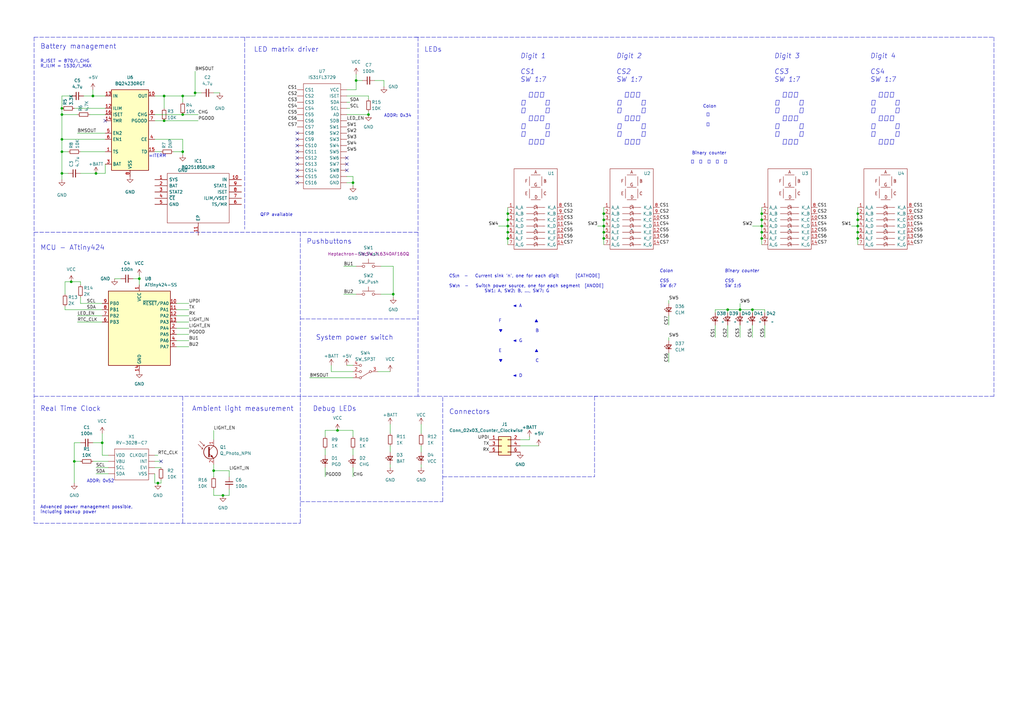
<source format=kicad_sch>
(kicad_sch (version 20230121) (generator eeschema)
  (paper "A3")
  (lib_symbols
    (symbol "Connector_Generic:Conn_02x03_Odd_Even" (pin_names (offset 1.016) hide)
      (property "Reference" "J" (at 1.27 5.08 0))
      (property "Value" "Conn_02x03_Odd_Even" (at 1.27 -5.08 0))
      (symbol "Conn_02x03_Odd_Even_1_1"
        (pin passive line (at -5.08 2.54 0) (length 3.81) (name "Pin_1") (number "1"))
        (pin passive line (at 7.62 2.54 180) (length 3.81) (name "Pin_2") (number "2"))
        (pin passive line (at -5.08 0 0) (length 3.81) (name "Pin_3") (number "3"))
        (pin passive line (at 7.62 0 180) (length 3.81) (name "Pin_4") (number "4"))
        (pin passive line (at -5.08 -2.54 0) (length 3.81) (name "Pin_5") (number "5"))
        (pin passive line (at 7.62 -2.54 180) (length 3.81) (name "Pin_6") (number "6"))
      )
    )
    (symbol "Device:C_Small" (pin_numbers hide) (pin_names (offset 0.254) hide)
      (property "Reference" "C" (at 0.254 1.778 0))
      (property "Value" "C_Small" (at 0.254 -2.032 0))
      (symbol "C_Small_1_1"
        (pin passive line (at 0 2.54 270) (length 2.032) (name "~") (number "1"))
        (pin passive line (at 0 -2.54 90) (length 2.032) (name "~") (number "2"))
      )
    )
    (symbol "Device:LED_Small" (pin_numbers hide) (pin_names (offset 0.254) hide)
      (property "Reference" "D" (at -1.27 3.175 0))
      (property "Value" "LED_Small" (at -4.445 -2.54 0))
      (symbol "LED_Small_1_1"
        (pin passive line (at -2.54 0 0) (length 1.778) (name "K") (number "1"))
        (pin passive line (at 2.54 0 180) (length 1.778) (name "A") (number "2"))
      )
    )
    (symbol "Device:Q_Photo_NPN" (pin_names (offset 0) hide)
      (property "Reference" "Q" (at 5.08 1.27 0))
      (property "Value" "Q_Photo_NPN" (at 5.08 -1.27 0))
      (symbol "Q_Photo_NPN_1_1"
        (pin passive line (at 2.54 5.08 270) (length 2.54) (name "C") (number "1"))
        (pin passive line (at 2.54 -5.08 90) (length 2.54) (name "E") (number "2"))
      )
    )
    (symbol "Device:R_Small" (pin_numbers hide) (pin_names (offset 0.254) hide)
      (property "Reference" "R" (at 0.762 0.508 0))
      (property "Value" "R_Small" (at 0.762 -1.016 0))
      (symbol "R_Small_1_1"
        (pin passive line (at 0 2.54 270) (length 0.762) (name "~") (number "1"))
        (pin passive line (at 0 -2.54 90) (length 0.762) (name "~") (number "2"))
      )
    )
    (symbol "Heptachron:7-segment-digit"
      (property "Reference" "U" (at 5.715 22.86 0))
      (symbol "7-segment-digit_1_1"
        (text "A" (at -0.002 23.3805 0) (effects (font (size 1.27 1.27))))
        (text "B\n" (at 3.81 19.685 0) (effects (font (size 1.27 1.27))))
        (text "C" (at 3.81 14.605 0) (effects (font (size 1.27 1.27))))
        (text "D" (at 0.153 13.1335 0) (effects (font (size 1.27 1.27))))
        (text "E" (at -3.81 14.605 0) (effects (font (size 1.27 1.27))))
        (text "F" (at -3.81 19.685 0) (effects (font (size 1.27 1.27))))
        (text "G" (at -0.002 18.2133 0) (effects (font (size 1.27 1.27))))
        (pin input line (at -11.43 8.89 0) (length 2.54) (name "A_A") (number "1"))
        (pin input line (at 11.43 3.81 180) (length 2.54) (name "K_C") (number "10"))
        (pin input line (at 11.43 1.27 180) (length 2.54) (name "K_D") (number "11"))
        (pin input line (at 11.43 -1.27 180) (length 2.54) (name "K_E") (number "12"))
        (pin input line (at 11.43 -3.81 180) (length 2.54) (name "K_F") (number "13"))
        (pin input line (at 11.43 -6.35 180) (length 2.54) (name "K_G") (number "14"))
        (pin input line (at -11.43 6.35 0) (length 2.54) (name "A_B") (number "2"))
        (pin input line (at -11.43 3.81 0) (length 2.54) (name "A_C") (number "3"))
        (pin input line (at -11.43 1.27 0) (length 2.54) (name "A_D") (number "4"))
        (pin input line (at -11.43 -1.27 0) (length 2.54) (name "A_E") (number "5"))
        (pin input line (at -11.43 -3.81 0) (length 2.54) (name "A_F") (number "6"))
        (pin input line (at -11.43 -6.35 0) (length 2.54) (name "A_G") (number "7"))
        (pin input line (at 11.43 8.89 180) (length 2.54) (name "K_A") (number "8"))
        (pin input line (at 11.43 6.35 180) (length 2.54) (name "K_B") (number "9"))
      )
    )
    (symbol "Heptachron:BQ25185DLHR" (pin_names (offset 0.762))
      (property "Reference" "IC" (at 31.75 7.62 0))
      (property "Value" "BQ25185DLHR" (at 31.75 5.08 0))
      (symbol "BQ25185DLHR_0_0"
        (pin passive line (at 0 0 0) (length 5.08) (name "SYS") (number "1"))
        (pin passive line (at 35.56 0 180) (length 5.08) (name "IN") (number "10"))
        (pin passive line (at 17.78 -22.86 90) (length 5.08) (name "EP") (number "11"))
        (pin passive line (at 0 -2.54 0) (length 5.08) (name "BAT") (number "2"))
        (pin passive line (at 0 -5.08 0) (length 5.08) (name "STAT2") (number "3"))
        (pin passive line (at 0 -7.62 0) (length 5.08) (name "~{CE}") (number "4"))
        (pin passive line (at 0 -10.16 0) (length 5.08) (name "GND") (number "5"))
        (pin passive line (at 35.56 -10.16 180) (length 5.08) (name "TS/MR") (number "6"))
        (pin passive line (at 35.56 -7.62 180) (length 5.08) (name "ILIM/VSET") (number "7"))
        (pin passive line (at 35.56 -5.08 180) (length 5.08) (name "ISET") (number "8"))
        (pin passive line (at 35.56 -2.54 180) (length 5.08) (name "STAT1") (number "9"))
      )
    )
    (symbol "Heptachron:IS32FL3729" (pin_numbers hide)
      (property "Reference" "U" (at 0 15.24 0))
      (property "Value" "IS31FL3729" (at 0 12.7 0))
      (symbol "IS32FL3729_1_1"
        (pin input line (at -10.16 0 0) (length 2.54) (name "CS4") (number "1"))
        (pin input line (at -10.16 -20.32 0) (length 2.54) (name "CS12") (number "10"))
        (pin input line (at -10.16 -22.86 0) (length 2.54) (name "CS13") (number "11"))
        (pin input line (at -10.16 -25.4 0) (length 2.54) (name "CS14") (number "12"))
        (pin input line (at -10.16 -27.94 0) (length 2.54) (name "CS15") (number "13"))
        (pin input line (at -10.16 -30.48 0) (length 2.54) (name "CS16") (number "14"))
        (pin output line (at 10.16 -25.4 180) (length 2.54) (name "SW8") (number "15"))
        (pin output line (at 10.16 -22.86 180) (length 2.54) (name "SW7") (number "16"))
        (pin output line (at 10.16 -20.32 180) (length 2.54) (name "SW6") (number "17"))
        (pin output line (at 10.16 -17.78 180) (length 2.54) (name "SW5") (number "18"))
        (pin output line (at 10.16 -15.24 180) (length 2.54) (name "SW4") (number "19"))
        (pin input line (at -10.16 -2.54 0) (length 2.54) (name "CS5") (number "2"))
        (pin output line (at 10.16 -12.7 180) (length 2.54) (name "SW3") (number "20"))
        (pin output line (at 10.16 -10.16 180) (length 2.54) (name "SW2") (number "21"))
        (pin output line (at 10.16 -7.62 180) (length 2.54) (name "SW1") (number "22"))
        (pin power_in line (at 10.16 7.62 180) (length 2.54) (name "VCC") (number "23"))
        (pin power_in line (at 10.16 -27.94 180) (length 2.54) (name "GND") (number "24"))
        (pin input line (at 10.16 5.08 180) (length 2.54) (name "ISET") (number "25"))
        (pin bidirectional line (at 10.16 2.54 180) (length 2.54) (name "SDA") (number "26"))
        (pin input line (at 10.16 0 180) (length 2.54) (name "SCL") (number "27"))
        (pin input line (at 10.16 -2.54 180) (length 2.54) (name "AD") (number "28"))
        (pin input line (at 10.16 -5.08 180) (length 2.54) (name "SDB") (number "29"))
        (pin input line (at -10.16 -5.08 0) (length 2.54) (name "CS6") (number "3"))
        (pin input line (at -10.16 7.62 0) (length 2.54) (name "CS1") (number "30"))
        (pin input line (at -10.16 5.08 0) (length 2.54) (name "CS2") (number "31"))
        (pin input line (at -10.16 2.54 0) (length 2.54) (name "CS3") (number "32"))
        (pin input line (at -10.16 -7.62 0) (length 2.54) (name "CS7") (number "4"))
        (pin input line (at -10.16 -10.16 0) (length 2.54) (name "CS8") (number "5"))
        (pin input line (at -10.16 -12.7 0) (length 2.54) (name "CS9") (number "6"))
        (pin input line (at -10.16 -15.24 0) (length 2.54) (name "CS10") (number "7"))
        (pin input line (at -10.16 -17.78 0) (length 2.54) (name "CS11") (number "8"))
        (pin power_in line (at 10.16 -30.48 180) (length 2.54) (name "GND") (number "9"))
      )
    )
    (symbol "Heptachron:RV-3028-C7" (pin_numbers hide)
      (property "Reference" "X" (at 0 10.16 0))
      (property "Value" "RV-3028-C7" (at 0 7.62 0))
      (symbol "RV-3028-C7_1_1"
        (pin input line (at 10.16 3.81 180) (length 2.54) (name "CLKOUT") (number "1"))
        (pin input line (at 10.16 1.27 180) (length 2.54) (name "INT") (number "2"))
        (pin input line (at -8.89 -1.27 0) (length 2.54) (name "SCL") (number "3"))
        (pin input line (at -8.89 -3.81 0) (length 2.54) (name "SDA") (number "4"))
        (pin input line (at 10.16 -3.81 180) (length 2.54) (name "VSS") (number "5"))
        (pin input line (at -8.89 1.27 0) (length 2.54) (name "VBU") (number "6"))
        (pin input line (at -8.89 3.81 0) (length 2.54) (name "VDD") (number "7"))
        (pin input line (at 10.16 -1.27 180) (length 2.54) (name "EVI") (number "8"))
      )
    )
    (symbol "MCU_Microchip_ATtiny:ATtiny424-SS"
      (property "Reference" "U" (at -12.7 16.51 0))
      (property "Value" "ATtiny424-SS" (at 2.54 -16.51 0))
      (symbol "ATtiny424-SS_1_1"
        (pin power_in line (at 0 17.78 270) (length 2.54) (name "VCC") (number "1"))
        (pin bidirectional line (at 15.24 10.16 180) (length 2.54) (name "~{RESET}/PA0") (number "10"))
        (pin bidirectional line (at 15.24 7.62 180) (length 2.54) (name "PA1") (number "11"))
        (pin bidirectional line (at 15.24 5.08 180) (length 2.54) (name "PA2") (number "12"))
        (pin bidirectional line (at 15.24 2.54 180) (length 2.54) (name "PA3") (number "13"))
        (pin power_in line (at 0 -17.78 90) (length 2.54) (name "GND") (number "14"))
        (pin bidirectional line (at 15.24 0 180) (length 2.54) (name "PA4") (number "2"))
        (pin bidirectional line (at 15.24 -2.54 180) (length 2.54) (name "PA5") (number "3"))
        (pin bidirectional line (at 15.24 -5.08 180) (length 2.54) (name "PA6") (number "4"))
        (pin bidirectional line (at 15.24 -7.62 180) (length 2.54) (name "PA7") (number "5"))
        (pin bidirectional line (at -15.24 2.54 0) (length 2.54) (name "PB3") (number "6"))
        (pin bidirectional line (at -15.24 5.08 0) (length 2.54) (name "PB2") (number "7"))
        (pin bidirectional line (at -15.24 7.62 0) (length 2.54) (name "PB1") (number "8"))
        (pin bidirectional line (at -15.24 10.16 0) (length 2.54) (name "PB0") (number "9"))
      )
    )
    (symbol "Power_Management:BQ24230RGT"
      (property "Reference" "U" (at -8.89 19.05 0))
      (property "Value" "BQ24230RGT" (at 5.08 19.05 0))
      (symbol "BQ24230RGT_1_1"
        (pin passive line (at -10.16 -7.62 0) (length 2.54) (name "TS") (number "1"))
        (pin power_out line (at 10.16 15.24 180) (length 2.54) (name "OUT") (number "10"))
        (pin passive line (at 10.16 15.24 180) (length 2.54) hide (name "OUT") (number "11"))
        (pin passive line (at -10.16 10.16 0) (length 2.54) (name "ILIM") (number "12"))
        (pin power_in line (at -10.16 15.24 0) (length 2.54) (name "IN") (number "13"))
        (pin passive line (at -10.16 5.08 0) (length 2.54) (name "TMR") (number "14"))
        (pin input line (at 10.16 -7.62 180) (length 2.54) (name "TD") (number "15"))
        (pin passive line (at -10.16 7.62 0) (length 2.54) (name "ISET") (number "16"))
        (pin passive line (at 0 -17.78 90) (length 2.54) hide (name "VSS") (number "17"))
        (pin bidirectional line (at -10.16 -12.7 0) (length 2.54) hide (name "BAT") (number "2"))
        (pin bidirectional line (at -10.16 -12.7 0) (length 2.54) (name "BAT") (number "3"))
        (pin input line (at 10.16 -2.54 180) (length 2.54) (name "CE") (number "4"))
        (pin input line (at -10.16 0 0) (length 2.54) (name "EN2") (number "5"))
        (pin input line (at -10.16 -2.54 0) (length 2.54) (name "EN1") (number "6"))
        (pin open_collector line (at 10.16 5.08 180) (length 2.54) (name "PGOOD") (number "7"))
        (pin power_in line (at 0 -17.78 90) (length 2.54) (name "VSS") (number "8"))
        (pin open_collector line (at 10.16 7.62 180) (length 2.54) (name "CHG") (number "9"))
      )
    )
    (symbol "Switch:SW_Push" (pin_numbers hide) (pin_names (offset 1.016) hide)
      (property "Reference" "SW" (at 1.27 2.54 0))
      (property "Value" "SW_Push" (at 0 -1.524 0))
      (symbol "SW_Push_0_1"
        (pin passive line (at -5.08 0 0) (length 2.54) (name "1") (number "1"))
        (pin passive line (at 5.08 0 180) (length 2.54) (name "2") (number "2"))
      )
    )
    (symbol "Switch:SW_SP3T" (pin_names (offset 0) hide)
      (property "Reference" "SW" (at 0 5.08 0))
      (property "Value" "SW_SP3T" (at 0 -5.08 0))
      (symbol "SW_SP3T_1_1"
        (pin passive line (at 5.08 2.54 180) (length 2.54) (name "1") (number "1"))
        (pin passive line (at 5.08 0 180) (length 2.54) (name "2") (number "2"))
        (pin passive line (at -5.08 0 0) (length 2.54) (name "3") (number "3"))
        (pin passive line (at 5.08 -2.54 180) (length 2.54) (name "4") (number "4"))
      )
    )
    (symbol "power:+5V" (power) (pin_names (offset 0))
      (property "Value" "+5V" (at 0 3.556 0))
      (symbol "+5V_1_1"
        (pin power_in line (at 0 0 90) (length 0) hide (name "+5V") (number "1"))
      )
    )
    (symbol "power:+BATT" (power) (pin_names (offset 0))
      (property "Value" "+BATT" (at 0 3.556 0))
      (symbol "+BATT_1_1"
        (pin power_in line (at 0 0 90) (length 0) hide (name "+BATT") (number "1"))
      )
    )
    (symbol "power:GND" (power) (pin_names (offset 0))
      (property "Value" "GND" (at 0 -3.81 0))
      (symbol "GND_1_1"
        (pin power_in line (at 0 0 270) (length 0) hide (name "GND") (number "1"))
      )
    )
    (symbol "power:VCC" (power) (pin_names (offset 0))
      (property "Value" "VCC" (at 0 3.81 0))
      (symbol "VCC_1_1"
        (pin power_in line (at 0 0 90) (length 0) hide (name "VCC") (number "1"))
      )
    )
  )
  (junction (at 161.29 120.65))
  (junction (at 25.4 44.45))
  (junction (at 247.65 92.71))
  (junction (at 41.91 181.61))
  (junction (at 247.65 87.63))
  (junction (at 57.15 114.3))
  (junction (at 247.65 97.79))
  (junction (at 247.65 95.25))
  (junction (at 67.31 39.37))
  (junction (at 208.28 87.63))
  (junction (at 351.79 92.71))
  (junction (at 303.53 127))
  (junction (at 312.42 95.25))
  (junction (at 30.48 189.23))
  (junction (at 64.77 198.12))
  (junction (at 146.05 33.02))
  (junction (at 25.4 57.15))
  (junction (at 308.61 127))
  (junction (at 312.42 87.63))
  (junction (at 298.45 127))
  (junction (at 80.01 38.1))
  (junction (at 351.79 90.17))
  (junction (at 74.93 46.99))
  (junction (at 312.42 90.17))
  (junction (at 38.1 39.37))
  (junction (at 208.28 95.25))
  (junction (at 351.79 95.25))
  (junction (at 247.65 90.17))
  (junction (at 138.43 176.53))
  (junction (at 25.4 62.23))
  (junction (at 351.79 87.63))
  (junction (at 208.28 97.79))
  (junction (at 39.37 71.12))
  (junction (at 151.13 46.99))
  (junction (at 144.78 74.93))
  (junction (at 351.79 97.79))
  (junction (at 91.44 203.2))
  (junction (at 312.42 97.79))
  (junction (at 29.21 115.57))
  (junction (at 208.28 90.17))
  (junction (at 312.42 92.71))
  (junction (at 67.31 49.53))
  (junction (at 87.63 193.04))
  (junction (at 208.28 92.71))
  (junction (at 74.93 39.37))
  (junction (at 74.93 62.23))
  (junction (at 25.4 46.99))
  (junction (at 25.4 71.12))
  (no_connect (at 142.24 64.77))
  (no_connect (at 142.24 67.31))
  (no_connect (at 121.92 69.85))
  (no_connect (at 121.92 57.15))
  (no_connect (at 66.04 189.23))
  (no_connect (at 142.24 69.85))
  (no_connect (at 121.92 62.23))
  (no_connect (at 121.92 67.31))
  (no_connect (at 121.92 64.77))
  (no_connect (at 121.92 54.61))
  (no_connect (at 121.92 72.39))
  (no_connect (at 121.92 59.69))
  (no_connect (at 43.18 49.53))
  (no_connect (at 121.92 74.93))
  (wire (pts (xy 146.05 33.02) (xy 146.05 36.83)))
  (wire (pts (xy 67.31 39.37) (xy 74.93 39.37)))
  (wire (pts (xy 247.65 90.17) (xy 247.65 92.71)))
  (wire (pts (xy 93.98 193.04) (xy 87.63 193.04)))
  (wire (pts (xy 313.69 127) (xy 313.69 128.27)))
  (wire (pts (xy 298.45 127) (xy 303.53 127)))
  (wire (pts (xy 31.75 132.08) (xy 41.91 132.08)))
  (wire (pts (xy 308.61 127) (xy 313.69 127)))
  (wire (pts (xy 293.37 127) (xy 298.45 127)))
  (wire (pts (xy 31.75 46.99) (xy 25.4 46.99)))
  (wire (pts (xy 154.94 152.4) (xy 160.02 152.4)))
  (wire (pts (xy 30.48 44.45) (xy 43.18 44.45)))
  (wire (pts (xy 25.4 57.15) (xy 25.4 62.23)))
  (wire (pts (xy 142.24 74.93) (xy 144.78 74.93)))
  (wire (pts (xy 293.37 127) (xy 293.37 128.27)))
  (wire (pts (xy 63.5 191.77) (xy 66.04 191.77)))
  (wire (pts (xy 77.47 132.08) (xy 72.39 132.08)))
  (wire (pts (xy 33.02 121.92) (xy 33.02 124.46)))
  (wire (pts (xy 160.02 173.99) (xy 160.02 177.8)))
  (wire (pts (xy 312.42 95.25) (xy 312.42 97.79)))
  (wire (pts (xy 30.48 189.23) (xy 33.02 189.23)))
  (wire (pts (xy 87.63 200.66) (xy 87.63 203.2)))
  (wire (pts (xy 82.55 38.1) (xy 80.01 38.1)))
  (wire (pts (xy 142.24 72.39) (xy 144.78 72.39)))
  (wire (pts (xy 38.1 36.83) (xy 38.1 39.37)))
  (wire (pts (xy 66.04 198.12) (xy 66.04 196.85)))
  (polyline (pts (xy 13.97 162.56) (xy 107.95 162.56)) (stroke (width 0) (type dash)))
  (wire (pts (xy 157.48 33.02) (xy 157.48 35.56)))
  (wire (pts (xy 172.72 173.99) (xy 172.72 177.8)))
  (wire (pts (xy 57.15 114.3) (xy 57.15 116.84)))
  (polyline (pts (xy 123.19 95.25) (xy 123.19 162.56)) (stroke (width 0) (type dash)))
  (wire (pts (xy 312.42 90.17) (xy 312.42 92.71)))
  (wire (pts (xy 41.91 181.61) (xy 41.91 186.69)))
  (polyline (pts (xy 107.95 15.24) (xy 171.45 15.24)) (stroke (width 0) (type dash)))
  (wire (pts (xy 135.89 152.4) (xy 144.78 152.4)))
  (wire (pts (xy 74.93 39.37) (xy 80.01 39.37)))
  (wire (pts (xy 54.61 114.3) (xy 57.15 114.3)))
  (wire (pts (xy 31.75 54.61) (xy 43.18 54.61)))
  (wire (pts (xy 247.65 95.25) (xy 247.65 97.79)))
  (wire (pts (xy 274.32 144.78) (xy 274.32 148.59)))
  (wire (pts (xy 33.02 181.61) (xy 30.48 181.61)))
  (wire (pts (xy 312.42 97.79) (xy 312.42 100.33)))
  (wire (pts (xy 77.47 127) (xy 72.39 127)))
  (wire (pts (xy 274.32 129.54) (xy 274.32 133.35)))
  (wire (pts (xy 172.72 190.5) (xy 172.72 191.77)))
  (polyline (pts (xy 13.97 15.24) (xy 107.95 15.24)) (stroke (width 0) (type dash)))
  (polyline (pts (xy 170.18 15.24) (xy 407.67 15.24)) (stroke (width 0) (type dash)))
  (wire (pts (xy 172.72 182.88) (xy 172.72 185.42)))
  (wire (pts (xy 135.89 149.86) (xy 135.89 152.4)))
  (wire (pts (xy 208.28 87.63) (xy 208.28 90.17)))
  (wire (pts (xy 247.65 87.63) (xy 247.65 90.17)))
  (wire (pts (xy 77.47 124.46) (xy 72.39 124.46)))
  (wire (pts (xy 64.77 198.12) (xy 63.5 198.12)))
  (wire (pts (xy 245.11 92.71) (xy 247.65 92.71)))
  (wire (pts (xy 25.4 73.66) (xy 25.4 71.12)))
  (wire (pts (xy 144.78 176.53) (xy 138.43 176.53)))
  (wire (pts (xy 217.17 179.07) (xy 217.17 180.34)))
  (wire (pts (xy 74.93 63.5) (xy 74.93 62.23)))
  (polyline (pts (xy 13.97 15.24) (xy 13.97 214.63)) (stroke (width 0) (type dash)))
  (wire (pts (xy 312.42 92.71) (xy 312.42 95.25)))
  (wire (pts (xy 57.15 113.03) (xy 57.15 114.3)))
  (wire (pts (xy 77.47 139.7) (xy 72.39 139.7)))
  (wire (pts (xy 33.02 124.46) (xy 41.91 124.46)))
  (wire (pts (xy 25.4 44.45) (xy 25.4 46.99)))
  (wire (pts (xy 351.79 90.17) (xy 351.79 92.71)))
  (wire (pts (xy 138.43 176.53) (xy 133.35 176.53)))
  (polyline (pts (xy 171.45 95.25) (xy 107.95 95.25)) (stroke (width 0) (type dash)))
  (wire (pts (xy 26.67 127) (xy 41.91 127)))
  (wire (pts (xy 298.45 127) (xy 298.45 128.27)))
  (polyline (pts (xy 123.19 205.74) (xy 181.61 205.74)) (stroke (width 0) (type dash)))
  (wire (pts (xy 161.29 109.22) (xy 161.29 120.65)))
  (wire (pts (xy 25.4 46.99) (xy 25.4 57.15)))
  (wire (pts (xy 87.63 203.2) (xy 91.44 203.2)))
  (wire (pts (xy 274.32 123.19) (xy 274.32 124.46)))
  (wire (pts (xy 63.5 186.69) (xy 64.77 186.69)))
  (wire (pts (xy 74.93 39.37) (xy 74.93 41.91)))
  (polyline (pts (xy 181.61 195.58) (xy 243.84 195.58)) (stroke (width 0) (type dash)))
  (wire (pts (xy 303.53 124.46) (xy 303.53 127)))
  (wire (pts (xy 274.32 138.43) (xy 274.32 139.7)))
  (wire (pts (xy 142.24 36.83) (xy 146.05 36.83)))
  (wire (pts (xy 208.28 92.71) (xy 208.28 95.25)))
  (wire (pts (xy 39.37 194.31) (xy 44.45 194.31)))
  (wire (pts (xy 80.01 29.21) (xy 80.01 38.1)))
  (wire (pts (xy 87.63 176.53) (xy 87.63 180.34)))
  (wire (pts (xy 93.98 203.2) (xy 91.44 203.2)))
  (wire (pts (xy 144.78 74.93) (xy 144.78 76.2)))
  (wire (pts (xy 144.78 72.39) (xy 144.78 74.93)))
  (polyline (pts (xy 13.97 95.25) (xy 107.95 95.25)) (stroke (width 0) (type dash)))
  (polyline (pts (xy 171.45 15.24) (xy 171.45 95.25)) (stroke (width 0) (type dash)))
  (wire (pts (xy 143.51 44.45) (xy 142.24 44.45)))
  (wire (pts (xy 204.47 92.71) (xy 208.28 92.71)))
  (wire (pts (xy 153.67 33.02) (xy 157.48 33.02)))
  (wire (pts (xy 351.79 92.71) (xy 351.79 95.25)))
  (wire (pts (xy 26.67 120.65) (xy 26.67 115.57)))
  (wire (pts (xy 63.5 39.37) (xy 67.31 39.37)))
  (wire (pts (xy 77.47 142.24) (xy 72.39 142.24)))
  (wire (pts (xy 351.79 95.25) (xy 351.79 97.79)))
  (wire (pts (xy 87.63 38.1) (xy 90.17 38.1)))
  (wire (pts (xy 308.61 92.71) (xy 312.42 92.71)))
  (wire (pts (xy 146.05 30.48) (xy 146.05 33.02)))
  (wire (pts (xy 30.48 198.12) (xy 30.48 189.23)))
  (wire (pts (xy 39.37 71.12) (xy 43.18 71.12)))
  (wire (pts (xy 71.12 62.23) (xy 74.93 62.23)))
  (wire (pts (xy 140.97 120.65) (xy 146.05 120.65)))
  (wire (pts (xy 293.37 133.35) (xy 293.37 138.43)))
  (wire (pts (xy 146.05 33.02) (xy 148.59 33.02)))
  (wire (pts (xy 303.53 133.35) (xy 303.53 138.43)))
  (wire (pts (xy 144.78 191.77) (xy 144.78 195.58)))
  (wire (pts (xy 160.02 182.88) (xy 160.02 185.42)))
  (wire (pts (xy 33.02 71.12) (xy 39.37 71.12)))
  (polyline (pts (xy 245.11 162.56) (xy 243.84 162.56)) (stroke (width 0) (type dash)))
  (wire (pts (xy 127 154.94) (xy 144.78 154.94)))
  (wire (pts (xy 25.4 71.12) (xy 27.94 71.12)))
  (wire (pts (xy 63.5 46.99) (xy 74.93 46.99)))
  (wire (pts (xy 34.29 39.37) (xy 38.1 39.37)))
  (wire (pts (xy 133.35 184.15) (xy 133.35 186.69)))
  (wire (pts (xy 41.91 186.69) (xy 44.45 186.69)))
  (wire (pts (xy 30.48 181.61) (xy 30.48 189.23)))
  (wire (pts (xy 25.4 62.23) (xy 27.94 62.23)))
  (wire (pts (xy 133.35 191.77) (xy 133.35 195.58)))
  (wire (pts (xy 36.83 46.99) (xy 43.18 46.99)))
  (wire (pts (xy 80.01 39.37) (xy 80.01 38.1)))
  (wire (pts (xy 77.47 129.54) (xy 72.39 129.54)))
  (wire (pts (xy 74.93 46.99) (xy 81.28 46.99)))
  (wire (pts (xy 25.4 71.12) (xy 25.4 62.23)))
  (wire (pts (xy 303.53 127) (xy 308.61 127)))
  (wire (pts (xy 144.78 179.07) (xy 144.78 176.53)))
  (wire (pts (xy 160.02 190.5) (xy 160.02 191.77)))
  (polyline (pts (xy 123.19 214.63) (xy 123.19 205.74)) (stroke (width 0) (type dash)))
  (wire (pts (xy 298.45 133.35) (xy 298.45 138.43)))
  (wire (pts (xy 29.21 39.37) (xy 25.4 39.37)))
  (wire (pts (xy 140.97 109.22) (xy 146.05 109.22)))
  (wire (pts (xy 67.31 39.37) (xy 67.31 44.45)))
  (wire (pts (xy 26.67 125.73) (xy 26.67 127)))
  (wire (pts (xy 151.13 45.72) (xy 151.13 46.99)))
  (wire (pts (xy 208.28 95.25) (xy 208.28 97.79)))
  (polyline (pts (xy 171.45 95.25) (xy 171.45 162.56)) (stroke (width 0) (type dash)))
  (wire (pts (xy 39.37 191.77) (xy 44.45 191.77)))
  (wire (pts (xy 247.65 97.79) (xy 247.65 100.33)))
  (wire (pts (xy 63.5 194.31) (xy 63.5 198.12)))
  (wire (pts (xy 41.91 177.8) (xy 41.91 181.61)))
  (wire (pts (xy 66.04 62.23) (xy 63.5 62.23)))
  (wire (pts (xy 308.61 133.35) (xy 308.61 138.43)))
  (wire (pts (xy 74.93 57.15) (xy 63.5 57.15)))
  (polyline (pts (xy 123.19 130.81) (xy 171.45 130.81)) (stroke (width 0) (type dash)))
  (polyline (pts (xy 74.93 162.56) (xy 74.93 214.63)) (stroke (width 0) (type dash)))
  (wire (pts (xy 217.17 180.34) (xy 213.36 180.34)))
  (wire (pts (xy 63.5 49.53) (xy 67.31 49.53)))
  (wire (pts (xy 33.02 62.23) (xy 43.18 62.23)))
  (wire (pts (xy 349.25 92.71) (xy 351.79 92.71)))
  (wire (pts (xy 33.02 115.57) (xy 33.02 116.84)))
  (polyline (pts (xy 181.61 205.74) (xy 181.61 162.56)) (stroke (width 0) (type dash)))
  (wire (pts (xy 67.31 49.53) (xy 81.28 49.53)))
  (wire (pts (xy 77.47 134.62) (xy 72.39 134.62)))
  (wire (pts (xy 87.63 190.5) (xy 87.63 193.04)))
  (wire (pts (xy 142.24 39.37) (xy 151.13 39.37)))
  (wire (pts (xy 77.47 137.16) (xy 72.39 137.16)))
  (wire (pts (xy 247.65 85.09) (xy 247.65 87.63)))
  (wire (pts (xy 247.65 92.71) (xy 247.65 95.25)))
  (wire (pts (xy 142.24 149.86) (xy 144.78 149.86)))
  (wire (pts (xy 303.53 127) (xy 303.53 128.27)))
  (wire (pts (xy 38.1 39.37) (xy 43.18 39.37)))
  (wire (pts (xy 43.18 71.12) (xy 43.18 67.31)))
  (wire (pts (xy 208.28 90.17) (xy 208.28 92.71)))
  (wire (pts (xy 142.24 46.99) (xy 151.13 46.99)))
  (wire (pts (xy 351.79 87.63) (xy 351.79 90.17)))
  (wire (pts (xy 156.21 109.22) (xy 161.29 109.22)))
  (polyline (pts (xy 171.45 162.56) (xy 107.95 162.56)) (stroke (width 0) (type dash)))
  (polyline (pts (xy 58.42 214.63) (xy 123.19 214.63)) (stroke (width 0) (type dash)))
  (wire (pts (xy 144.78 184.15) (xy 144.78 186.69)))
  (wire (pts (xy 151.13 39.37) (xy 151.13 40.64)))
  (wire (pts (xy 220.98 182.88) (xy 213.36 182.88)))
  (wire (pts (xy 93.98 195.58) (xy 93.98 193.04)))
  (wire (pts (xy 25.4 57.15) (xy 43.18 57.15)))
  (polyline (pts (xy 407.67 162.56) (xy 171.45 162.56)) (stroke (width 0) (type dash)))
  (polyline (pts (xy 13.97 214.63) (xy 58.42 214.63)) (stroke (width 0) (type dash)))
  (wire (pts (xy 87.63 193.04) (xy 87.63 195.58)))
  (polyline (pts (xy 243.84 162.56) (xy 243.84 195.58)) (stroke (width 0) (type dash)))
  (wire (pts (xy 133.35 176.53) (xy 133.35 179.07)))
  (wire (pts (xy 66.04 189.23) (xy 63.5 189.23)))
  (wire (pts (xy 38.1 189.23) (xy 44.45 189.23)))
  (wire (pts (xy 208.28 97.79) (xy 208.28 100.33)))
  (wire (pts (xy 156.21 120.65) (xy 161.29 120.65)))
  (wire (pts (xy 351.79 85.09) (xy 351.79 87.63)))
  (wire (pts (xy 74.93 62.23) (xy 74.93 57.15)))
  (wire (pts (xy 93.98 200.66) (xy 93.98 203.2)))
  (polyline (pts (xy 100.33 15.24) (xy 100.33 93.98)) (stroke (width 0) (type dash)))
  (wire (pts (xy 312.42 87.63) (xy 312.42 90.17)))
  (polyline (pts (xy 123.19 162.56) (xy 123.19 205.74)) (stroke (width 0) (type dash)))
  (polyline (pts (xy 407.67 15.24) (xy 407.67 162.56)) (stroke (width 0) (type dash)))
  (wire (pts (xy 49.53 114.3) (xy 46.99 114.3)))
  (wire (pts (xy 26.67 115.57) (xy 29.21 115.57)))
  (wire (pts (xy 313.69 133.35) (xy 313.69 138.43)))
  (wire (pts (xy 308.61 127) (xy 308.61 128.27)))
  (wire (pts (xy 25.4 39.37) (xy 25.4 44.45)))
  (wire (pts (xy 351.79 97.79) (xy 351.79 100.33)))
  (wire (pts (xy 29.21 115.57) (xy 33.02 115.57)))
  (wire (pts (xy 64.77 198.12) (xy 66.04 198.12)))
  (wire (pts (xy 143.51 41.91) (xy 142.24 41.91)))
  (wire (pts (xy 38.1 181.61) (xy 41.91 181.61)))
  (wire (pts (xy 31.75 129.54) (xy 41.91 129.54)))
  (wire (pts (xy 208.28 85.09) (xy 208.28 87.63)))
  (wire (pts (xy 312.42 85.09) (xy 312.42 87.63)))
  (wire (pts (xy 161.29 120.65) (xy 161.29 121.92)))
  (text "Digit 3\n       \nCS3    \nSW 1:7 \n       \n  ───  \n│     │\n│     │\n  ───  \n│     │\n│     │\n  ───  " (at 317.5 59.69 0) (effects (font (size 2 2) italic) (justify left bottom)))
  (text "Advanced power management possible,\nincluding backup power" (at 16.51 210.82 0) (effects (font (size 1.27 1.27)) (justify left bottom)))
  (text "│\n\n│" (at 289.56 52.07 0) (effects (font (size 1.27 1.27)) (justify left bottom)))
  (text "Pushbuttons" (at 125.73 100.33 0) (effects (font (size 2 2)) (justify left bottom)))
  (text "R_ISET = 870/I_CHG\nR_ILIM = 1530/I_MAX" (at 16.51 27.94 0) (effects (font (size 1.27 1.27)) (justify left bottom)))
  (text "Digit 2\n       \nCS2    \nSW 1:7 \n       \n  ───  \n│     │\n│     │\n  ───  \n│     │\n│     │\n  ───  " (at 252.73 59.69 0) (effects (font (size 2 2) italic) (justify left bottom)))
  (text "CS:n  -   Current sink 'n', one for each digit       [CATHODE]\n                                                              \nSW:n  -   Switch power source, one for each segment  [ANODE]  \n               SW1: A, SW2: B, ..., SW7: G                    \n                                                                                            \n                                                              \n                           ◄ A                                \n                                                              \n                                                              \n                     F              ▲                         \n                                                              \n                     ▼              B                         \n                                                              \n                           ◄ G                                \n                                                              \n                     E              ▲                         \n                                                              \n                     ▼              C                         \n                                                              \n                                                              \n                           ◄ D                                " (at 184.15 154.94 0) (effects (font (size 1.27 1.27)) (justify left bottom)))
  (text "ADDR: 0x34" (at 157.48 48.26 0) (effects (font (size 1.27 1.27)) (justify left bottom)))
  (text "Real Time Clock" (at 16.51 168.91 0) (effects (font (size 2 2)) (justify left bottom)))
  (text "LED matrix driver" (at 104.14 21.59 0) (effects (font (size 2 2)) (justify left bottom)))
  (text "Ambient light measurement" (at 78.74 168.91 0) (effects (font (size 2 2)) (justify left bottom)))
  (text "System power switch" (at 129.54 139.7 0) (effects (font (size 2 2)) (justify left bottom)))
  (text "Debug LEDs" (at 128.27 168.91 0) (effects (font (size 2 2)) (justify left bottom)))
  (text "QFP available" (at 106.68 88.9 0) (effects (font (size 1.27 1.27)) (justify left bottom)))
  (text "Connectors" (at 184.15 170.18 0) (effects (font (size 2 2)) (justify left bottom)))
  (text "=ITERM" (at 60.96 64.77 0) (effects (font (size 1.27 1.27)) (justify left bottom)))
  (text "│  │  │  │  │" (at 283.21 67.31 0) (effects (font (size 1.27 1.27)) (justify left bottom)))
  (text "Battery management" (at 16.51 20.32 0) (effects (font (size 2 2)) (justify left bottom)))
  (text "LEDs" (at 173.99 21.59 0) (effects (font (size 2 2)) (justify left bottom)))
  (text "Colon" (at 288.29 44.45 0) (effects (font (size 1.27 1.27)) (justify left bottom)))
  (text "Binary counter" (at 283.756 63.6184 0) (effects (font (size 1.27 1.27)) (justify left bottom)))
  (text "Colon\n\nCS5\nSW 6:7" (at 270.51 118.11 0) (effects (font (size 1.27 1.27) italic) (justify left bottom)))
  (text "Digit 1\n       \nCS1    \nSW 1:7 \n       \n  ───  \n│     │\n│     │\n  ───  \n│     │\n│     │\n  ───  " (at 213.36 59.69 0) (effects (font (size 2 2) italic) (justify left bottom)))
  (text "ADDR: 0x52" (at 35.56 198.12 0) (effects (font (size 1.27 1.27)) (justify left bottom)))
  (text "Binary counter\n\nCS5\nSW 1:5" (at 297.18 118.11 0) (effects (font (size 1.27 1.27) italic) (justify left bottom)))
  (text "MCU - ATtiny424" (at 16.51 102.87 0) (effects (font (size 2 2)) (justify left bottom)))
  (text "Digit 4\n       \nCS4    \nSW 1:7 \n       \n  ───  \n│     │\n│     │\n  ───  \n│     │\n│     │\n  ───  " (at 356.87 59.69 0) (effects (font (size 2 2) italic) (justify left bottom)))
  (label "SW5" (at 274.32 123.19 0))
  (label "CS7" (at 335.28 100.33 0))
  (label "CS2" (at 374.65 87.63 0))
  (label "CS6" (at 231.14 97.79 0))
  (label "SW3" (at 142.24 57.15 0))
  (label "LIGHT_EN" (at 87.63 176.53 0))
  (label "RX" (at 200.66 185.42 180))
  (label "SW4" (at 204.47 92.71 180))
  (label "CS5" (at 231.14 95.25 0))
  (label "CS1" (at 231.14 85.09 0))
  (label "SDA" (at 39.37 194.31 0))
  (label "PGOOD" (at 77.47 137.16 0))
  (label "SDA" (at 143.51 41.91 0))
  (label "CS7" (at 274.32 133.35 90))
  (label "SW5" (at 303.53 124.46 0))
  (label "BU1" (at 140.97 109.22 0))
  (label "CS3" (at 231.14 90.17 0))
  (label "SW1" (at 142.24 52.07 0))
  (label "LIGHT_IN" (at 77.47 132.08 0))
  (label "CS6" (at 274.32 148.59 90))
  (label "RTC_CLK" (at 64.77 186.69 0))
  (label "CS2" (at 231.14 87.63 0))
  (label "CS1" (at 270.51 85.09 0))
  (label "LED_EN" (at 31.75 129.54 0))
  (label "CS7" (at 270.51 100.33 0))
  (label "BU2" (at 140.97 120.65 0))
  (label "CS4" (at 121.92 44.45 180))
  (label "CS4" (at 335.28 92.71 0))
  (label "CS2" (at 335.28 87.63 0))
  (label "SCL" (at 35.56 124.46 0))
  (label "SW4" (at 142.24 59.69 0))
  (label "LED_EN" (at 142.24 49.53 0))
  (label "BU1" (at 77.47 139.7 0))
  (label "CS5" (at 121.92 46.99 180))
  (label "LIGHT_EN" (at 77.47 134.62 0))
  (label "BMSOUT" (at 127 154.94 0))
  (label "RTC_CLK" (at 31.75 132.08 0))
  (label "CS5" (at 374.65 95.25 0))
  (label "UPDI" (at 77.47 124.46 0))
  (label "CS4" (at 374.65 92.71 0))
  (label "CS7" (at 374.65 100.33 0))
  (label "SCL" (at 143.51 44.45 0))
  (label "CS1" (at 374.65 85.09 0))
  (label "TX" (at 200.66 182.88 180))
  (label "BU2" (at 77.47 142.24 0))
  (label "CS6" (at 374.65 97.79 0))
  (label "CS2" (at 298.45 138.43 90))
  (label "CS3" (at 335.28 90.17 0))
  (label "CS3" (at 303.53 138.43 90))
  (label "CS6" (at 270.51 97.79 0))
  (label "CS4" (at 308.61 138.43 90))
  (label "CS6" (at 121.92 49.53 180))
  (label "TX" (at 77.47 127 0))
  (label "SW2" (at 142.24 54.61 0))
  (label "CS2" (at 270.51 87.63 0))
  (label "UPDI" (at 200.66 180.34 180))
  (label "SW3" (at 245.11 92.71 180))
  (label "CS3" (at 121.92 41.91 180))
  (label "LIGHT_IN" (at 93.98 193.04 0))
  (label "PGOOD" (at 133.35 195.58 0))
  (label "CS1" (at 293.37 138.43 90))
  (label "CS3" (at 374.65 90.17 0))
  (label "CS1" (at 335.28 85.09 0))
  (label "CS7" (at 121.92 52.07 180))
  (label "CHG" (at 144.78 195.58 0))
  (label "CS1" (at 121.92 36.83 180))
  (label "CHG" (at 81.28 46.99 0))
  (label "CS5" (at 335.28 95.25 0))
  (label "CS6" (at 335.28 97.79 0))
  (label "BMSOUT" (at 31.75 54.61 0))
  (label "CS5" (at 313.69 138.43 90))
  (label "SCL" (at 39.37 191.77 0))
  (label "CS7" (at 231.14 100.33 0))
  (label "CS3" (at 270.51 90.17 0))
  (label "RX" (at 77.47 129.54 0))
  (label "CS2" (at 121.92 39.37 180))
  (label "PGOOD" (at 81.28 49.53 0))
  (label "CS5" (at 270.51 95.25 0))
  (label "SW5" (at 142.24 62.23 0))
  (label "SW5" (at 274.32 138.43 0))
  (label "CS4" (at 270.51 92.71 0))
  (label "BMSOUT" (at 80.01 29.21 0))
  (label "CS4" (at 231.14 92.71 0))
  (label "SW1" (at 349.25 92.71 180))
  (label "SDA" (at 35.56 127 0))
  (label "SW2" (at 308.61 92.71 180))
  (symbol (lib_id "Heptachron:7-segment-digit") (at 259.08 93.98 0) (unit 1)
    (property "Reference" "U2" (at 265.43 71.12 0))
    (property "Value" "~" (at 259.08 93.98 0))
    (property "Footprint" "Heptachron-Lib:7-segment-digit-Cree" (effects hide))
  )
  (symbol (lib_id "Heptachron:7-segment-digit") (at 363.22 93.98 0) (unit 1)
    (property "Reference" "U4" (at 369.57 71.12 0))
    (property "Value" "~" (at 363.22 93.98 0))
    (property "Footprint" "Heptachron-Lib:7-segment-digit-Cree" (effects hide))
  )
  (symbol (lib_id "power:GND") (at 91.44 203.2 0) (unit 1)
    (property "Reference" "#PWR030" (effects hide))
    (property "Value" "GND" (at 91.44 208.28 0))
  )
  (symbol (lib_id "Device:R_Small") (at 160.02 180.34 180) (unit 1)
    (property "Reference" "R11" (at 162.56 179.07 0) (effects (justify right)))
    (property "Value" "1K" (at 162.56 181.61 0) (effects (justify right)))
    (property "Footprint" "Resistor_SMD:R_0603_1608Metric" (effects hide))
  )
  (symbol (lib_id "Device:R_Small") (at 151.13 43.18 180) (unit 1)
    (property "Reference" "R15" (at 152.4 41.91 0) (effects (justify right)))
    (property "Value" "10K" (at 152.4 44.45 0) (effects (justify right)))
    (property "Footprint" "Resistor_SMD:R_0603_1608Metric" (effects hide))
  )
  (symbol (lib_id "power:VCC") (at 160.02 152.4 0) (unit 1)
    (property "Reference" "#PWR011" (effects hide))
    (property "Value" "VCC" (at 160.02 147.32 0))
  )
  (symbol (lib_id "Heptachron:7-segment-digit") (at 219.71 93.98 0) (unit 1)
    (property "Reference" "U1" (at 226.06 71.12 0))
    (property "Value" "~" (at 219.71 93.98 0))
    (property "Footprint" "Heptachron-Lib:7-segment-digit-Cree" (effects hide))
  )
  (symbol (lib_id "Heptachron:BQ25185DLHR") (at 63.5 73.66 0) (unit 1)
    (property "Reference" "IC1" (at 81.28 66.04 0))
    (property "Value" "BQ25185DLHR" (at 81.28 68.58 0))
    (property "Footprint" "Heptachron-Lib:SON40P220X200X80-11N" (effects hide))
    (property "Datasheet" "https://www.ti.com/lit/ds/symlink/bq25185.pdf?ts=1706857561339&ref_url=https%253A%252F%252Fwww.ti.com%252Fproduct%252FBQ25185" (effects hide))
    (property "Description" "Battery Management NPI  1-CELL 1A STANDALONE LNR HRGR" (effects hide))
    (property "Height" "0.8" (effects hide))
    (property "Mouser Part Number" "595-BQ25185DLHR" (effects hide))
    (property "Mouser Price/Stock" "https://www.mouser.co.uk/ProductDetail/Texas-Instruments/BQ25185DLHR?qs=Z%252BL2brAPG1IbO%2FV3RqsaPw%3D%3D" (effects hide))
    (property "Manufacturer_Name" "Texas Instruments" (effects hide))
    (property "Manufacturer_Part_Number" "BQ25185DLHR" (effects hide))
  )
  (symbol (lib_id "power:GND") (at 64.77 198.12 0) (unit 1)
    (property "Reference" "#PWR07" (effects hide))
    (property "Value" "GND" (at 64.77 203.2 0))
  )
  (symbol (lib_id "Device:LED_Small") (at 274.32 142.24 90) (unit 1)
    (property "Reference" "D37" (at 276.86 140.9065 90) (effects (justify right)))
    (property "Value" "CLM" (at 276.86 143.4465 90) (effects (justify right)))
    (property "Footprint" "LED_SMD:LED_0603_1608Metric" (effects hide))
  )
  (symbol (lib_id "power:+BATT") (at 39.37 71.12 0) (unit 1)
    (property "Reference" "#PWR05" (effects hide))
    (property "Value" "+BATT" (at 39.37 67.31 0))
  )
  (symbol (lib_id "Device:R_Small") (at 27.94 44.45 90) (unit 1)
    (property "Reference" "R5" (at 26.67 43.18 0) (effects (justify left)))
    (property "Value" "3.3K" (at 29.21 43.18 0) (effects (justify left)))
    (property "Footprint" "Resistor_SMD:R_0603_1608Metric" (effects hide))
  )
  (symbol (lib_id "power:VCC") (at 41.91 177.8 0) (unit 1)
    (property "Reference" "#PWR03" (effects hide))
    (property "Value" "VCC" (at 41.91 172.72 0))
  )
  (symbol (lib_id "Device:R_Small") (at 35.56 189.23 90) (unit 1)
    (property "Reference" "R1" (at 35.56 184.15 90))
    (property "Value" "10K" (at 35.56 186.69 90))
    (property "Footprint" "Resistor_SMD:R_0603_1608Metric" (effects hide))
  )
  (symbol (lib_id "Device:C_Small") (at 85.09 38.1 270) (unit 1)
    (property "Reference" "C2" (at 85.0836 31.75 90))
    (property "Value" "4.7u" (at 85.0836 34.29 90))
    (property "Footprint" "Capacitor_SMD:C_0805_2012Metric" (effects hide))
  )
  (symbol (lib_id "Device:R_Small") (at 133.35 181.61 180) (unit 1)
    (property "Reference" "R9" (at 135.89 180.34 0) (effects (justify right)))
    (property "Value" "1K" (at 135.89 182.88 0) (effects (justify right)))
    (property "Footprint" "Resistor_SMD:R_0603_1608Metric" (effects hide))
  )
  (symbol (lib_id "power:GND") (at 74.93 63.5 0) (unit 1)
    (property "Reference" "#PWR013" (effects hide))
    (property "Value" "GND" (at 74.93 69.85 0))
  )
  (symbol (lib_id "power:GND") (at 57.15 152.4 0) (unit 1)
    (property "Reference" "#PWR09" (effects hide))
    (property "Value" "GND" (at 57.15 157.48 0))
  )
  (symbol (lib_id "power:GND") (at 160.02 191.77 0) (unit 1)
    (property "Reference" "#PWR020" (effects hide))
    (property "Value" "GND" (at 160.02 196.85 0))
  )
  (symbol (lib_id "power:GND") (at 90.17 38.1 0) (unit 1)
    (property "Reference" "#PWR012" (effects hide))
    (property "Value" "GND" (at 90.17 44.45 0))
  )
  (symbol (lib_id "Switch:SW_Push") (at 151.13 120.65 0) (unit 1)
    (property "Reference" "SW2" (at 151.13 113.03 0))
    (property "Value" "SW_Push" (at 151.13 115.57 0))
    (property "Footprint" "Heptachron-Lib:SW_TL6340AF160Q" (effects hide))
  )
  (symbol (lib_id "Device:LED_Small") (at 133.35 189.23 90) (unit 1)
    (property "Reference" "D1" (at 135.89 187.8965 90) (effects (justify right)))
    (property "Value" "PGD" (at 135.89 190.4365 90) (effects (justify right)))
    (property "Footprint" "LED_SMD:LED_0603_1608Metric" (effects hide))
  )
  (symbol (lib_id "power:+BATT") (at 217.17 179.07 0) (unit 1)
    (property "Reference" "#PWR022" (effects hide))
    (property "Value" "+BATT" (at 217.17 175.26 0))
  )
  (symbol (lib_id "Power_Management:BQ24230RGT") (at 53.34 54.61 0) (unit 1)
    (property "Reference" "U6" (at 53.34 31.75 0))
    (property "Value" "BQ24230RGT" (at 53.34 34.29 0))
    (property "Footprint" "Package_DFN_QFN:VQFN-16-1EP_3x3mm_P0.5mm_EP1.68x1.68mm_ThermalVias" (effects hide))
    (property "Datasheet" "http://www.ti.com/cn/lit/ds/symlink/bq24230.pdf" (effects hide))
  )
  (symbol (lib_id "power:VCC") (at 138.43 176.53 0) (unit 1)
    (property "Reference" "#PWR026" (effects hide))
    (property "Value" "VCC" (at 138.43 171.45 0))
  )
  (symbol (lib_id "power:GND") (at 161.29 121.92 0) (unit 1)
    (property "Reference" "#PWR018" (effects hide))
    (property "Value" "GND" (at 161.29 127 0))
  )
  (symbol (lib_id "power:VCC") (at 29.21 115.57 0) (unit 1)
    (property "Reference" "#PWR029" (effects hide))
    (property "Value" "VCC" (at 29.21 110.49 0))
  )
  (symbol (lib_id "Device:C_Small") (at 93.98 198.12 0) (unit 1)
    (property "Reference" "C6" (at 96.52 196.8563 0) (effects (justify left)))
    (property "Value" "100n" (at 96.52 199.3963 0) (effects (justify left)))
    (property "Footprint" "Capacitor_SMD:C_0603_1608Metric" (effects hide))
  )
  (symbol (lib_id "Device:LED_Small") (at 274.32 127 90) (unit 1)
    (property "Reference" "D36" (at 276.86 125.6665 90) (effects (justify right)))
    (property "Value" "CLM" (at 276.86 128.2065 90) (effects (justify right)))
    (property "Footprint" "LED_SMD:LED_0603_1608Metric" (effects hide))
  )
  (symbol (lib_id "power:GND") (at 30.48 198.12 0) (unit 1)
    (property "Reference" "#PWR06" (effects hide))
    (property "Value" "GND" (at 30.48 203.2 0))
  )
  (symbol (lib_id "power:+5V") (at 142.24 149.86 0) (unit 1)
    (property "Reference" "#PWR027" (effects hide))
    (property "Value" "+5V" (at 142.24 146.05 0))
  )
  (symbol (lib_id "Heptachron:RV-3028-C7") (at 53.34 190.5 0) (unit 1)
    (property "Reference" "X1" (at 53.975 179.07 0))
    (property "Value" "RV-3028-C7" (at 53.975 181.61 0))
    (property "Footprint" "Heptachron-Lib:RV-3028-C7" (effects hide))
  )
  (symbol (lib_id "power:GND") (at 213.36 185.42 0) (unit 1)
    (property "Reference" "#PWR019" (effects hide))
    (property "Value" "GND" (at 213.36 190.5 0))
  )
  (symbol (lib_id "Device:C_Small") (at 31.75 39.37 270) (unit 1)
    (property "Reference" "C5" (at 31.7436 33.02 90))
    (property "Value" "4.7u" (at 31.7436 35.56 90))
    (property "Footprint" "Capacitor_SMD:C_0805_2012Metric" (effects hide))
  )
  (symbol (lib_id "Device:LED_Small") (at 172.72 187.96 90) (unit 1)
    (property "Reference" "D4" (at 175.26 186.6265 90) (effects (justify right)))
    (property "Value" "VCC" (at 175.26 189.1665 90) (effects (justify right)))
    (property "Footprint" "LED_SMD:LED_0603_1608Metric" (effects hide))
  )
  (symbol (lib_id "Device:C_Small") (at 52.07 114.3 90) (mirror x) (unit 1)
    (property "Reference" "C4" (at 52.0763 107.95 90))
    (property "Value" "100n" (at 52.0763 110.49 90))
    (property "Footprint" "Capacitor_SMD:C_0603_1608Metric" (effects hide))
  )
  (symbol (lib_id "Device:R_Small") (at 172.72 180.34 180) (unit 1)
    (property "Reference" "R12" (at 175.26 179.07 0) (effects (justify right)))
    (property "Value" "1K" (at 175.26 181.61 0) (effects (justify right)))
    (property "Footprint" "Resistor_SMD:R_0603_1608Metric" (effects hide))
  )
  (symbol (lib_id "Switch:SW_Push") (at 151.13 109.22 0) (unit 1)
    (property "Reference" "SW1" (at 151.13 101.6 0))
    (property "Value" "SW_Push" (at 151.13 104.14 0))
    (property "Footprint" "Heptachron-Lib:SW_TL6340AF160Q" (at 151.13 104.14 0))
  )
  (symbol (lib_id "power:+5V") (at 38.1 36.83 0) (unit 1)
    (property "Reference" "#PWR016" (effects hide))
    (property "Value" "+5V" (at 38.1 31.75 0))
  )
  (symbol (lib_id "power:VCC") (at 172.72 173.99 0) (unit 1)
    (property "Reference" "#PWR025" (effects hide))
    (property "Value" "VCC" (at 172.72 170.18 0))
  )
  (symbol (lib_id "power:VCC") (at 57.15 113.03 0) (unit 1)
    (property "Reference" "#PWR02" (effects hide))
    (property "Value" "VCC" (at 57.15 107.95 0))
  )
  (symbol (lib_id "Device:R_Small") (at 33.02 119.38 0) (unit 1)
    (property "Reference" "R14" (at 34.29 118.11 0) (effects (justify left)))
    (property "Value" "2K" (at 34.29 120.65 0) (effects (justify left)))
    (property "Footprint" "Resistor_SMD:R_0603_1608Metric" (effects hide))
  )
  (symbol (lib_id "Device:LED_Small") (at 308.61 130.81 90) (unit 1)
    (property "Reference" "D41" (at 309.1645 128.5754 90) (effects (justify right)))
    (property "Value" "~" (at 311.15 132.0165 90) (effects (justify right)))
    (property "Footprint" "LED_SMD:LED_0603_1608Metric" (effects hide))
  )
  (symbol (lib_id "Device:R_Small") (at 26.67 123.19 0) (unit 1)
    (property "Reference" "R13" (at 27.94 121.92 0) (effects (justify left)))
    (property "Value" "2K" (at 27.94 124.46 0) (effects (justify left)))
    (property "Footprint" "Resistor_SMD:R_0603_1608Metric" (effects hide))
  )
  (symbol (lib_id "Device:R_Small") (at 144.78 181.61 180) (unit 1)
    (property "Reference" "R10" (at 147.32 180.34 0) (effects (justify right)))
    (property "Value" "1K" (at 147.32 182.88 0) (effects (justify right)))
    (property "Footprint" "Resistor_SMD:R_0603_1608Metric" (effects hide))
  )
  (symbol (lib_id "Switch:SW_SP3T") (at 149.86 152.4 180) (unit 1)
    (property "Reference" "SW4" (at 149.86 144.78 0))
    (property "Value" "SW_SP3T" (at 149.86 147.32 0))
    (property "Footprint" "Heptachron-Lib:sp3t_jumpers" (effects hide))
  )
  (symbol (lib_id "power:GND") (at 157.48 35.56 0) (mirror y) (unit 1)
    (property "Reference" "#PWR031" (effects hide))
    (property "Value" "GND" (at 161.29 35.56 0))
  )
  (symbol (lib_id "power:+BATT") (at 135.89 149.86 0) (unit 1)
    (property "Reference" "#PWR028" (effects hide))
    (property "Value" "+BATT" (at 135.89 146.05 0))
  )
  (symbol (lib_id "Device:R_Small") (at 87.63 198.12 0) (mirror x) (unit 1)
    (property "Reference" "R16" (at 85.09 196.85 0) (effects (justify right)))
    (property "Value" "10K" (at 85.09 199.39 0) (effects (justify right)))
    (property "Footprint" "Resistor_SMD:R_0603_1608Metric" (effects hide))
  )
  (symbol (lib_id "MCU_Microchip_ATtiny:ATtiny424-SS") (at 57.15 134.62 0) (unit 1)
    (property "Reference" "U8" (at 59.3441 114.3 0) (effects (justify left)))
    (property "Value" "ATtiny424-SS" (at 59.3441 116.84 0) (effects (justify left)))
    (property "Footprint" "Package_SO:SOIC-14_3.9x8.7mm_P1.27mm" (effects hide))
    (property "Datasheet" "https://ww1.microchip.com/downloads/en/DeviceDoc/ATtiny424-426-427-824-826-827-DataSheet-DS40002311A.pdf" (effects hide))
  )
  (symbol (lib_id "Device:R_Small") (at 66.04 194.31 180) (unit 1)
    (property "Reference" "R2" (at 68.58 193.04 0) (effects (justify right)))
    (property "Value" "10K" (at 68.58 195.58 0) (effects (justify right)))
    (property "Footprint" "Resistor_SMD:R_0603_1608Metric" (effects hide))
  )
  (symbol (lib_id "Device:C_Small") (at 35.56 181.61 90) (unit 1)
    (property "Reference" "C1" (at 35.5663 175.26 90))
    (property "Value" "100n" (at 35.5663 177.8 90))
    (property "Footprint" "Capacitor_SMD:C_0603_1608Metric" (effects hide))
  )
  (symbol (lib_id "Device:C_Small") (at 30.48 71.12 90) (unit 1)
    (property "Reference" "C3" (at 29.2163 68.58 0) (effects (justify left)))
    (property "Value" "4.7u" (at 31.75 68.58 0) (effects (justify left)))
    (property "Footprint" "Capacitor_SMD:C_0805_2012Metric" (effects hide))
  )
  (symbol (lib_id "Device:C_Small") (at 151.13 33.02 90) (mirror x) (unit 1)
    (property "Reference" "C7" (at 151.1363 26.67 90))
    (property "Value" "100n" (at 151.1363 29.21 90))
    (property "Footprint" "Capacitor_SMD:C_0603_1608Metric" (effects hide))
  )
  (symbol (lib_id "power:+5V") (at 220.98 182.88 0) (unit 1)
    (property "Reference" "#PWR021" (effects hide))
    (property "Value" "+5V" (at 220.98 177.8 0))
  )
  (symbol (lib_id "power:GND") (at 172.72 191.77 0) (unit 1)
    (property "Reference" "#PWR023" (effects hide))
    (property "Value" "GND" (at 172.72 196.85 0))
  )
  (symbol (lib_id "Connector_Generic:Conn_02x03_Odd_Even") (at 205.74 182.88 0) (unit 1)
    (property "Reference" "J1" (at 207.01 173.99 0))
    (property "Value" "Conn_02x03_Counter_Clockwise" (at 199.39 176.53 0))
    (property "Footprint" "Connector_PinHeader_2.54mm:PinHeader_2x03_P2.54mm_Vertical" (effects hide))
  )
  (symbol (lib_id "Device:LED_Small") (at 293.37 130.81 90) (unit 1)
    (property "Reference" "D38" (at 293.9245 128.5754 90) (effects (justify right)))
    (property "Value" "~" (at 295.91 132.0165 90) (effects (justify right)))
    (property "Footprint" "LED_SMD:LED_0603_1608Metric" (effects hide))
  )
  (symbol (lib_id "power:+BATT") (at 160.02 173.99 0) (unit 1)
    (property "Reference" "#PWR024" (effects hide))
    (property "Value" "+BATT" (at 160.02 170.18 0))
  )
  (symbol (lib_id "Device:LED_Small") (at 303.53 130.81 90) (unit 1)
    (property "Reference" "D40" (at 304.0845 128.5754 90) (effects (justify right)))
    (property "Value" "~" (at 306.07 132.0165 90) (effects (justify right)))
    (property "Footprint" "LED_SMD:LED_0603_1608Metric" (effects hide))
  )
  (symbol (lib_id "Device:LED_Small") (at 298.45 130.81 90) (unit 1)
    (property "Reference" "D39" (at 299.0045 128.5754 90) (effects (justify right)))
    (property "Value" "~" (at 300.99 132.0165 90) (effects (justify right)))
    (property "Footprint" "LED_SMD:LED_0603_1608Metric" (effects hide))
  )
  (symbol (lib_id "Device:Q_Photo_NPN") (at 85.09 185.42 0) (unit 1)
    (property "Reference" "Q1" (at 90.17 183.4007 0) (effects (justify left)))
    (property "Value" "Q_Photo_NPN" (at 90.17 185.9407 0) (effects (justify left)))
    (property "Footprint" "LED_SMD:LED_0603_1608Metric" (effects hide))
  )
  (symbol (lib_id "Device:LED_Small") (at 313.69 130.81 90) (unit 1)
    (property "Reference" "D42" (at 314.2445 128.5754 90) (effects (justify right)))
    (property "Value" "~" (at 316.23 132.0165 90) (effects (justify right)))
    (property "Footprint" "LED_SMD:LED_0603_1608Metric" (effects hide))
  )
  (symbol (lib_id "Device:R_Small") (at 67.31 46.99 0) (unit 1)
    (property "Reference" "R3" (at 68.58 45.72 0) (effects (justify left)))
    (property "Value" "10K" (at 68.58 48.26 0) (effects (justify left)))
    (property "Footprint" "Resistor_SMD:R_0603_1608Metric" (effects hide))
  )
  (symbol (lib_id "Device:LED_Small") (at 144.78 189.23 90) (unit 1)
    (property "Reference" "D2" (at 147.32 187.8965 90) (effects (justify right)))
    (property "Value" "CHG" (at 147.32 190.4365 90) (effects (justify right)))
    (property "Footprint" "LED_SMD:LED_0603_1608Metric" (effects hide))
  )
  (symbol (lib_id "power:GND") (at 144.78 76.2 0) (unit 1)
    (property "Reference" "#PWR010" (effects hide))
    (property "Value" "GND" (at 144.78 81.28 0))
  )
  (symbol (lib_id "Heptachron:7-segment-digit") (at 323.85 93.98 0) (unit 1)
    (property "Reference" "U3" (at 330.2 71.12 0))
    (property "Value" "~" (at 323.85 93.98 0))
    (property "Footprint" "Heptachron-Lib:7-segment-digit-Cree" (effects hide))
  )
  (symbol (lib_id "power:GND") (at 53.34 72.39 0) (unit 1)
    (property "Reference" "#PWR08" (effects hide))
    (property "Value" "GND" (at 53.34 78.74 0))
  )
  (symbol (lib_id "Heptachron:IS32FL3729") (at 132.08 44.45 0) (unit 1)
    (property "Reference" "U7" (at 132.08 29.21 0))
    (property "Value" "IS31FL3729" (at 132.08 31.75 0))
    (property "Footprint" "Package_QFP:TQFP-32_7x7mm_P0.8mm" (effects hide))
  )
  (symbol (lib_id "power:VCC") (at 146.05 30.48 0) (unit 1)
    (property "Reference" "#PWR04" (effects hide))
    (property "Value" "VCC" (at 146.05 25.4 0))
  )
  (symbol (lib_id "power:GND") (at 151.13 46.99 0) (unit 1)
    (property "Reference" "#PWR01" (effects hide))
    (property "Value" "GND" (at 151.13 52.07 0))
  )
  (symbol (lib_id "Device:R_Small") (at 34.29 46.99 90) (unit 1)
    (property "Reference" "R6" (at 33.02 45.72 0) (effects (justify left)))
    (property "Value" "4.7K" (at 35.56 45.72 0) (effects (justify left)))
    (property "Footprint" "Resistor_SMD:R_0603_1608Metric" (effects hide))
  )
  (symbol (lib_id "power:GND") (at 25.4 73.66 0) (unit 1)
    (property "Reference" "#PWR015" (effects hide))
    (property "Value" "GND" (at 25.4 80.01 0))
  )
  (symbol (lib_id "Device:R_Small") (at 68.58 62.23 90) (unit 1)
    (property "Reference" "R7" (at 67.31 60.96 0) (effects (justify left)))
    (property "Value" "DNP" (at 69.85 60.96 0) (effects (justify left)))
    (property "Footprint" "Resistor_SMD:R_0603_1608Metric" (effects hide))
  )
  (symbol (lib_id "Device:R_Small") (at 30.48 62.23 90) (unit 1)
    (property "Reference" "R8" (at 29.21 60.96 0) (effects (justify left)))
    (property "Value" "10K" (at 31.75 60.96 0) (effects (justify left)))
    (property "Footprint" "Resistor_SMD:R_0603_1608Metric" (effects hide))
  )
  (symbol (lib_id "Device:R_Small") (at 74.93 44.45 180) (unit 1)
    (property "Reference" "R4" (at 76.2 43.18 0) (effects (justify right)))
    (property "Value" "10K" (at 76.2 45.72 0) (effects (justify right)))
    (property "Footprint" "Resistor_SMD:R_0603_1608Metric" (effects hide))
  )
  (symbol (lib_id "Device:LED_Small") (at 160.02 187.96 90) (unit 1)
    (property "Reference" "D3" (at 162.56 186.6265 90) (effects (justify right)))
    (property "Value" "BAT" (at 162.56 189.1665 90) (effects (justify right)))
    (property "Footprint" "LED_SMD:LED_0603_1608Metric" (effects hide))
  )
  (symbol (lib_id "power:GND") (at 46.99 114.3 0) (mirror y) (unit 1)
    (property "Reference" "#PWR014" (effects hide))
    (property "Value" "GND" (at 43.18 114.3 0))
  )
)
</source>
